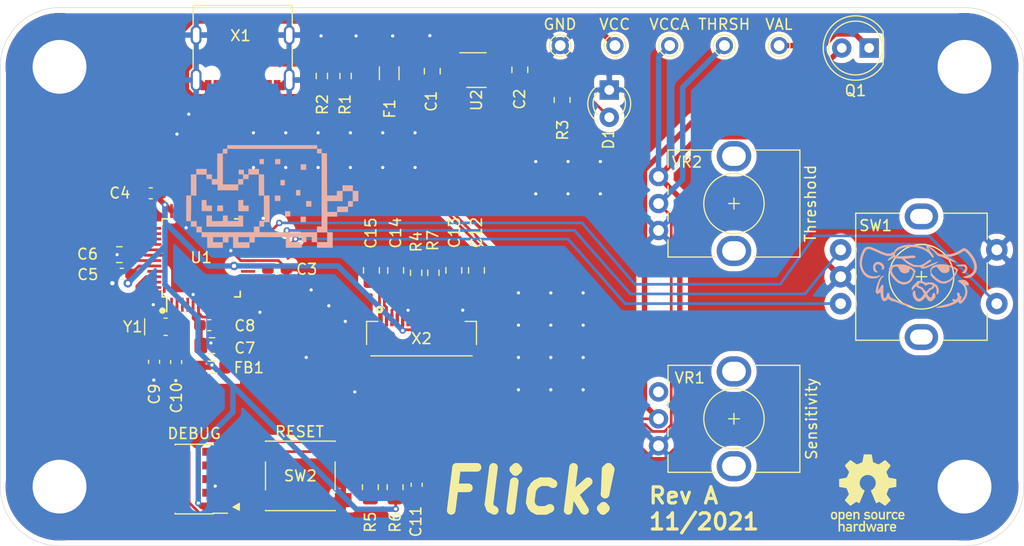
<source format=kicad_pcb>
(kicad_pcb (version 20171130) (host pcbnew 5.1.10)
  (layers (0 F.Cu signal) (31 B.Cu signal) (34 B.Paste user) (35 F.Paste user) (36 B.SilkS user) (37 F.SilkS user) (38 B.Mask user) (39 F.Mask user) (44 Edge.Cuts user))
  (net 0 "")
  (net 1 GND)
  (net 2 +5V)
  (net 3 +3V3)
  (net 4 +3.3VA)
  (net 5 "Net-(C9-Pad1)")
  (net 6 "Net-(C10-Pad1)")
  (net 7 NRESET)
  (net 8 "Net-(C12-Pad2)")
  (net 9 "Net-(C13-Pad2)")
  (net 10 "Net-(C14-Pad2)")
  (net 11 "Net-(C14-Pad1)")
  (net 12 "Net-(C15-Pad2)")
  (net 13 "Net-(C15-Pad1)")
  (net 14 SWCLK)
  (net 15 SWDIO)
  (net 16 PHOTO_VAL)
  (net 17 "Net-(R1-Pad1)")
  (net 18 "Net-(R2-Pad1)")
  (net 19 LED_TRIG)
  (net 20 OLED_RESET)
  (net 21 "Net-(R5-Pad2)")
  (net 22 "Net-(R7-Pad1)")
  (net 23 ROT_A)
  (net 24 ROT_B)
  (net 25 ROT_PB)
  (net 26 USB_D+)
  (net 27 USB_D-)
  (net 28 OLED_DC)
  (net 29 OLED_CS)
  (net 30 OLED_SCK)
  (net 31 OLED_MOSI)
  (net 32 PHOTO_THRESH)
  (net 33 /VBUS_RAW)
  (net 34 "Net-(D1-Pad2)")
  (net 35 /VDDCORE)
  (module Wild:RotaryEncoder_Bourns_PEC11L-Switch_Vertical_H20mm (layer F.Cu) (at 188 62.5)
    (fp_text reference SW1 (at 3.25 -2.25) (layer F.SilkS))
    (fp_text value Rotary_Encoder_Switch)
    (pad A thru_hole circle (at 0 0) (size 2 2) (drill 1) (layers *.Cu *.Mask) (net 23 ROT_A))
    (pad C thru_hole circle (at 0 2.5) (size 2 2) (drill 1) (layers *.Cu *.Mask) (net 1 GND))
    (pad B thru_hole circle (at 0 5) (size 2 2) (drill 1) (layers *.Cu *.Mask) (net 24 ROT_B))
    (pad MP thru_hole oval (at 7.5 -3.1) (size 3.1 2.4) (drill oval 2.1 1.4) (layers *.Cu *.Mask))
    (pad MP thru_hole oval (at 7.5 8.1) (size 3.1 2.4) (drill oval 2.1 1.4) (layers *.Cu *.Mask))
    (pad S2 thru_hole circle (at 14.5 0) (size 2 2) (drill 1) (layers *.Cu *.Mask) (net 1 GND))
    (pad S1 thru_hole circle (at 14.5 5) (size 2 2) (drill 1) (layers *.Cu *.Mask) (net 25 ROT_PB))
  )
  (module Wild:Potentiometer_Bourns_PTV09A-1_Single_Vertical (layer F.Cu) (at 171.1 80.7)
    (fp_text reference VR1 (at 2.9 -6.3) (layer F.SilkS))
    (fp_text value 10K)
    (fp_text user Sensitivity (at 14.2 -2.5 270) (layer F.SilkS))
    (pad MP thru_hole oval (at 7 1.9) (size 3.2 2.8) (drill oval 2.2 1.8) (layers *.Cu *.Mask))
    (pad "" thru_hole oval (at 7 -6.9) (size 3.2 2.8) (drill oval 2.2 1.8) (layers *.Cu *.Mask))
    (pad 1 thru_hole circle (at 0 0) (size 1.8 1.8) (drill 1) (layers *.Cu *.Mask) (net 1 GND))
    (pad 2 thru_hole circle (at 0 -2.5) (size 1.8 1.8) (drill 1) (layers *.Cu *.Mask) (net 16 PHOTO_VAL))
    (pad 3 thru_hole circle (at 0 -5) (size 1.8 1.8) (drill 1) (layers *.Cu *.Mask))
  )
  (module Wild:Potentiometer_Bourns_PTV09A-1_Single_Vertical (layer F.Cu) (at 171.1 60.7)
    (fp_text reference VR2 (at 2.65 -6.35) (layer F.SilkS))
    (fp_text value 10K)
    (fp_text user Threshold (at 14.1 -2.5 90) (layer F.SilkS))
    (pad MP thru_hole oval (at 7 1.9) (size 3.2 2.8) (drill oval 2.2 1.8) (layers *.Cu *.Mask))
    (pad "" thru_hole oval (at 7 -6.9) (size 3.2 2.8) (drill oval 2.2 1.8) (layers *.Cu *.Mask))
    (pad 1 thru_hole circle (at 0 0) (size 1.8 1.8) (drill 1) (layers *.Cu *.Mask) (net 1 GND))
    (pad 2 thru_hole circle (at 0 -2.5) (size 1.8 1.8) (drill 1) (layers *.Cu *.Mask) (net 32 PHOTO_THRESH))
    (pad 3 thru_hole circle (at 0 -5) (size 1.8 1.8) (drill 1) (layers *.Cu *.Mask) (net 4 +3.3VA))
  )
  (module Wild:GCT_FFC2B28-16_1x16-1MP_P0.5mm_Horizontal (layer F.Cu) (at 149.1 69)
    (fp_text reference X2 (at 0 1.75) (layer F.SilkS))
    (fp_text value SH1106G)
    (pad MP smd rect (at 4.7 2.7) (size 0.5 1) (layers F.Cu F.Paste F.Mask))
    (pad MP smd rect (at -4.7 2.7) (size 0.5 1) (layers F.Cu F.Paste F.Mask))
    (pad 16 smd rect (at 3.75 0) (size 0.3 1.2) (layers F.Cu F.Paste F.Mask) (net 1 GND))
    (pad 15 smd rect (at 3.25 0) (size 0.3 1.2) (layers F.Cu F.Paste F.Mask) (net 8 "Net-(C12-Pad2)"))
    (pad 14 smd rect (at 2.75 0) (size 0.3 1.2) (layers F.Cu F.Paste F.Mask) (net 9 "Net-(C13-Pad2)"))
    (pad 13 smd rect (at 2.25 0) (size 0.3 1.2) (layers F.Cu F.Paste F.Mask) (net 22 "Net-(R7-Pad1)"))
    (pad 12 smd rect (at 1.75 0) (size 0.3 1.2) (layers F.Cu F.Paste F.Mask) (net 31 OLED_MOSI))
    (pad 11 smd rect (at 1.25 0) (size 0.3 1.2) (layers F.Cu F.Paste F.Mask) (net 30 OLED_SCK))
    (pad 10 smd rect (at 0.75 0) (size 0.3 1.2) (layers F.Cu F.Paste F.Mask) (net 28 OLED_DC))
    (pad 9 smd rect (at 0.25 0) (size 0.3 1.2) (layers F.Cu F.Paste F.Mask) (net 20 OLED_RESET))
    (pad 8 smd rect (at -0.25 0) (size 0.3 1.2) (layers F.Cu F.Paste F.Mask) (net 29 OLED_CS))
    (pad 7 smd rect (at -0.75 0) (size 0.3 1.2) (layers F.Cu F.Paste F.Mask) (net 3 +3V3))
    (pad 6 smd rect (at -1.25 0) (size 0.3 1.2) (layers F.Cu F.Paste F.Mask) (net 1 GND))
    (pad 5 smd rect (at -1.75 0) (size 0.3 1.2) (layers F.Cu F.Paste F.Mask) (net 3 +3V3))
    (pad 4 smd rect (at -2.25 0) (size 0.3 1.2) (layers F.Cu F.Paste F.Mask) (net 11 "Net-(C14-Pad1)"))
    (pad 3 smd rect (at -2.75 0) (size 0.3 1.2) (layers F.Cu F.Paste F.Mask) (net 10 "Net-(C14-Pad2)"))
    (pad 2 smd rect (at -3.25 0) (size 0.3 1.2) (layers F.Cu F.Paste F.Mask) (net 13 "Net-(C15-Pad1)"))
    (pad 1 smd rect (at -3.75 0) (size 0.3 1.2) (layers F.Cu F.Paste F.Mask) (net 12 "Net-(C15-Pad2)"))
  )
  (module Wild:USB_C_Receptacle_GCT_USB4105 (layer F.Cu) (at 132.5 47.3 180)
    (fp_text reference X1)
    (fp_text value USB_C_2.0)
    (fp_text user %R (at 0.2 4.7) (layer F.SilkS))
    (pad "" np_thru_hole circle (at 2.89 1.075 180) (size 0.65 0.65) (drill 0.65) (layers *.Cu *.Mask))
    (pad "" np_thru_hole circle (at -2.89 1.075 180) (size 0.65 0.65) (drill 0.65) (layers *.Cu *.Mask))
    (pad S1 thru_hole oval (at 4.32 4.755 180) (size 1 1.8) (drill oval 0.6 1.4) (layers *.Cu *.Mask) (net 1 GND))
    (pad S1 thru_hole oval (at -4.32 4.755 180) (size 1 1.8) (drill oval 0.6 1.4) (layers *.Cu *.Mask) (net 1 GND))
    (pad S1 thru_hole oval (at 4.32 0.575 180) (size 1 2.1) (drill oval 0.6 1.7) (layers *.Cu *.Mask) (net 1 GND))
    (pad S1 thru_hole oval (at -4.32 0.575 180) (size 1 2.1) (drill oval 0.6 1.7) (layers *.Cu *.Mask) (net 1 GND))
    (pad A12 smd rect (at 3.35 0 180) (size 0.3 1.15) (layers F.Cu F.Paste F.Mask) (net 1 GND))
    (pad B1 smd rect (at 3.05 0 180) (size 0.3 1.15) (layers F.Cu F.Paste F.Mask) (net 1 GND))
    (pad B4 smd rect (at 2.25 0 180) (size 0.3 1.15) (layers F.Cu F.Paste F.Mask) (net 33 /VBUS_RAW))
    (pad A9 smd rect (at 2.55 0 180) (size 0.3 1.15) (layers F.Cu F.Paste F.Mask) (net 33 /VBUS_RAW))
    (pad B5 smd rect (at 1.75 0 180) (size 0.3 1.15) (layers F.Cu F.Paste F.Mask) (net 17 "Net-(R1-Pad1)"))
    (pad A8 smd rect (at 1.25 0 180) (size 0.3 1.15) (layers F.Cu F.Paste F.Mask))
    (pad B6 smd rect (at 0.75 0 180) (size 0.3 1.15) (layers F.Cu F.Paste F.Mask) (net 26 USB_D+))
    (pad A7 smd rect (at 0.25 0 180) (size 0.3 1.15) (layers F.Cu F.Paste F.Mask) (net 27 USB_D-))
    (pad A6 smd rect (at -0.25 0 180) (size 0.3 1.15) (layers F.Cu F.Paste F.Mask) (net 26 USB_D+))
    (pad B7 smd rect (at -0.75 0 180) (size 0.3 1.15) (layers F.Cu F.Paste F.Mask) (net 27 USB_D-))
    (pad A5 smd rect (at -1.25 0 180) (size 0.3 1.15) (layers F.Cu F.Paste F.Mask) (net 18 "Net-(R2-Pad1)"))
    (pad B8 smd rect (at -1.75 0 180) (size 0.3 1.15) (layers F.Cu F.Paste F.Mask))
    (pad B9 smd rect (at -2.25 0 180) (size 0.3 1.15) (layers F.Cu F.Paste F.Mask) (net 33 /VBUS_RAW))
    (pad A4 smd rect (at -2.55 0 180) (size 0.3 1.15) (layers F.Cu F.Paste F.Mask) (net 33 /VBUS_RAW))
    (pad B12 smd rect (at -3.05 0 180) (size 0.3 1.15) (layers F.Cu F.Paste F.Mask) (net 1 GND))
    (pad A1 smd rect (at -3.35 0 180) (size 0.3 1.15) (layers F.Cu F.Paste F.Mask) (net 1 GND))
  )
  (module Wild:PoomFace (layer B.Cu) (at 195.1 65.1 180)
    (fp_text reference G*** hide)
    (fp_text value LOGO hide)
  )
  (module Wild:Logo_OSHW_Text_7mm (layer F.Cu) (at 187.1 81.5)
    (fp_text reference svg2mod hide)
    (fp_text value G*** hide)
  )
  (module Wild:NyanCatLOL (layer B.Cu) (at 135.25 57.55 180)
    (fp_text reference G*** hide)
    (fp_text value LOGO hide)
  )
  (module Wild:SH1106G_SCREEN (layer F.Cu) (at 149.1 65)
    (fp_text reference X3 hide)
    (fp_text value SH1106G_Screen)
  )
  (module Wild:TestPoint_THTPad_D1.6mm_Drill1.0mm (layer F.Cu) (at 182.295 43.525)
    (fp_text reference TP5)
    (fp_text value VAL (at -0.025 -1.975) (layer F.SilkS))
    (pad 1 thru_hole circle (at 0 0) (size 1.6 1.6) (drill 1) (layers *.Cu *.Mask) (net 16 PHOTO_VAL))
  )
  (module Wild:TestPoint_THTPad_D1.6mm_Drill1.0mm (layer F.Cu) (at 177.215 43.525)
    (fp_text reference TP4)
    (fp_text value THRSH (at -0.025 -1.975) (layer F.SilkS))
    (pad 1 thru_hole circle (at 0 0) (size 1.6 1.6) (drill 1) (layers *.Cu *.Mask) (net 32 PHOTO_THRESH))
  )
  (module Wild:TestPoint_THTPad_D1.6mm_Drill1.0mm (layer F.Cu) (at 172.135 43.525)
    (fp_text reference TP3)
    (fp_text value VCCA (at -0.025 -1.975) (layer F.SilkS))
    (pad 1 thru_hole circle (at 0 0) (size 1.6 1.6) (drill 1) (layers *.Cu *.Mask) (net 4 +3.3VA))
  )
  (module Wild:TestPoint_THTPad_D1.6mm_Drill1.0mm (layer F.Cu) (at 167.055 43.525)
    (fp_text reference TP2)
    (fp_text value VCC (at -0.025 -1.975) (layer F.SilkS))
    (pad 1 thru_hole circle (at 0 0) (size 1.6 1.6) (drill 1) (layers *.Cu *.Mask) (net 3 +3V3))
  )
  (module Wild:TestPoint_THTPad_D1.6mm_Drill1.0mm (layer F.Cu) (at 161.975 43.525)
    (fp_text reference TP1)
    (fp_text value GND (at -0.025 -1.975) (layer F.SilkS))
    (pad 1 thru_hole circle (at 0 0) (size 1.6 1.6) (drill 1) (layers *.Cu *.Mask) (net 1 GND))
  )
  (module Package_QFP:TQFP-48_7x7mm_P0.5mm (layer F.Cu) (at 128.65 63.25 90)
    (fp_text reference U1 (at 0.025 0 180) (layer F.SilkS))
    (fp_text value ATSAMD21G18A-A)
    (pad 1 smd rect (at -4.35 -2.75 90) (size 1.3 0.25) (layers F.Cu F.Paste F.Mask) (net 5 "Net-(C9-Pad1)"))
    (pad 2 smd rect (at -4.35 -2.25 90) (size 1.3 0.25) (layers F.Cu F.Paste F.Mask) (net 6 "Net-(C10-Pad1)"))
    (pad 3 smd rect (at -4.35 -1.75 90) (size 1.3 0.25) (layers F.Cu F.Paste F.Mask))
    (pad 4 smd rect (at -4.35 -1.25 90) (size 1.3 0.25) (layers F.Cu F.Paste F.Mask))
    (pad 5 smd rect (at -4.35 -0.75 90) (size 1.3 0.25) (layers F.Cu F.Paste F.Mask) (net 1 GND))
    (pad 6 smd rect (at -4.35 -0.25 90) (size 1.3 0.25) (layers F.Cu F.Paste F.Mask) (net 4 +3.3VA))
    (pad 7 smd rect (at -4.35 0.25 90) (size 1.3 0.25) (layers F.Cu F.Paste F.Mask))
    (pad 8 smd rect (at -4.35 0.75 90) (size 1.3 0.25) (layers F.Cu F.Paste F.Mask))
    (pad 9 smd rect (at -4.35 1.25 90) (size 1.3 0.25) (layers F.Cu F.Paste F.Mask))
    (pad 10 smd rect (at -4.35 1.75 90) (size 1.3 0.25) (layers F.Cu F.Paste F.Mask))
    (pad 11 smd rect (at -4.35 2.25 90) (size 1.3 0.25) (layers F.Cu F.Paste F.Mask) (net 32 PHOTO_THRESH))
    (pad 12 smd rect (at -4.35 2.75 90) (size 1.3 0.25) (layers F.Cu F.Paste F.Mask) (net 16 PHOTO_VAL))
    (pad 13 smd rect (at -2.75 4.35 180) (size 1.3 0.25) (layers F.Cu F.Paste F.Mask) (net 28 OLED_DC))
    (pad 14 smd rect (at -2.25 4.35 180) (size 1.3 0.25) (layers F.Cu F.Paste F.Mask) (net 20 OLED_RESET))
    (pad 15 smd rect (at -1.75 4.35 180) (size 1.3 0.25) (layers F.Cu F.Paste F.Mask) (net 29 OLED_CS))
    (pad 16 smd rect (at -1.25 4.35 180) (size 1.3 0.25) (layers F.Cu F.Paste F.Mask))
    (pad 17 smd rect (at -0.75 4.35 180) (size 1.3 0.25) (layers F.Cu F.Paste F.Mask) (net 3 +3V3))
    (pad 18 smd rect (at -0.25 4.35 180) (size 1.3 0.25) (layers F.Cu F.Paste F.Mask) (net 1 GND))
    (pad 19 smd rect (at 0.25 4.35 180) (size 1.3 0.25) (layers F.Cu F.Paste F.Mask) (net 24 ROT_B))
    (pad 20 smd rect (at 0.75 4.35 180) (size 1.3 0.25) (layers F.Cu F.Paste F.Mask) (net 23 ROT_A))
    (pad 21 smd rect (at 1.25 4.35 180) (size 1.3 0.25) (layers F.Cu F.Paste F.Mask) (net 25 ROT_PB))
    (pad 22 smd rect (at 1.75 4.35 180) (size 1.3 0.25) (layers F.Cu F.Paste F.Mask))
    (pad 23 smd rect (at 2.25 4.35 180) (size 1.3 0.25) (layers F.Cu F.Paste F.Mask))
    (pad 24 smd rect (at 2.75 4.35 180) (size 1.3 0.25) (layers F.Cu F.Paste F.Mask))
    (pad 25 smd rect (at 4.35 2.75 90) (size 1.3 0.25) (layers F.Cu F.Paste F.Mask) (net 31 OLED_MOSI))
    (pad 26 smd rect (at 4.35 2.25 90) (size 1.3 0.25) (layers F.Cu F.Paste F.Mask) (net 30 OLED_SCK))
    (pad 27 smd rect (at 4.35 1.75 90) (size 1.3 0.25) (layers F.Cu F.Paste F.Mask) (net 19 LED_TRIG))
    (pad 28 smd rect (at 4.35 1.25 90) (size 1.3 0.25) (layers F.Cu F.Paste F.Mask))
    (pad 29 smd rect (at 4.35 0.75 90) (size 1.3 0.25) (layers F.Cu F.Paste F.Mask))
    (pad 30 smd rect (at 4.35 0.25 90) (size 1.3 0.25) (layers F.Cu F.Paste F.Mask))
    (pad 31 smd rect (at 4.35 -0.25 90) (size 1.3 0.25) (layers F.Cu F.Paste F.Mask))
    (pad 32 smd rect (at 4.35 -0.75 90) (size 1.3 0.25) (layers F.Cu F.Paste F.Mask))
    (pad 33 smd rect (at 4.35 -1.25 90) (size 1.3 0.25) (layers F.Cu F.Paste F.Mask) (net 27 USB_D-))
    (pad 34 smd rect (at 4.35 -1.75 90) (size 1.3 0.25) (layers F.Cu F.Paste F.Mask) (net 26 USB_D+))
    (pad 35 smd rect (at 4.35 -2.25 90) (size 1.3 0.25) (layers F.Cu F.Paste F.Mask) (net 1 GND))
    (pad 36 smd rect (at 4.35 -2.75 90) (size 1.3 0.25) (layers F.Cu F.Paste F.Mask) (net 3 +3V3))
    (pad 37 smd rect (at 2.75 -4.35 180) (size 1.3 0.25) (layers F.Cu F.Paste F.Mask))
    (pad 38 smd rect (at 2.25 -4.35 180) (size 1.3 0.25) (layers F.Cu F.Paste F.Mask))
    (pad 39 smd rect (at 1.75 -4.35 180) (size 1.3 0.25) (layers F.Cu F.Paste F.Mask))
    (pad 40 smd rect (at 1.25 -4.35 180) (size 1.3 0.25) (layers F.Cu F.Paste F.Mask) (net 7 NRESET))
    (pad 41 smd rect (at 0.75 -4.35 180) (size 1.3 0.25) (layers F.Cu F.Paste F.Mask))
    (pad 42 smd rect (at 0.25 -4.35 180) (size 1.3 0.25) (layers F.Cu F.Paste F.Mask) (net 1 GND))
    (pad 43 smd rect (at -0.25 -4.35 180) (size 1.3 0.25) (layers F.Cu F.Paste F.Mask) (net 35 /VDDCORE))
    (pad 44 smd rect (at -0.75 -4.35 180) (size 1.3 0.25) (layers F.Cu F.Paste F.Mask) (net 3 +3V3))
    (pad 45 smd rect (at -1.25 -4.35 180) (size 1.3 0.25) (layers F.Cu F.Paste F.Mask) (net 14 SWCLK))
    (pad 46 smd rect (at -1.75 -4.35 180) (size 1.3 0.25) (layers F.Cu F.Paste F.Mask) (net 15 SWDIO))
    (pad 47 smd rect (at -2.25 -4.35 180) (size 1.3 0.25) (layers F.Cu F.Paste F.Mask))
    (pad 48 smd rect (at -2.75 -4.35 180) (size 1.3 0.25) (layers F.Cu F.Paste F.Mask))
  )
  (module Capacitor_SMD:C_0603_1608Metric_Pad1.08x0.95mm_HandSolder (layer F.Cu) (at 123.975 57.25 180)
    (fp_text reference C4 (at 2.875 0.025) (layer F.SilkS))
    (fp_text value 0.1uF)
    (pad 2 smd roundrect (at 0.8625 0 180) (size 1.075 0.95) (layers F.Cu F.Paste F.Mask) (net 1 GND))
    (pad 1 smd roundrect (at -0.8625 0 180) (size 1.075 0.95) (layers F.Cu F.Paste F.Mask) (net 3 +3V3))
  )
  (module Resistor_SMD:R_0805_2012Metric_Pad1.20x1.40mm_HandSolder (layer F.Cu) (at 162.15 48.575 90)
    (fp_text reference R3 (at -2.8 0.05 90) (layer F.SilkS))
    (fp_text value 330R)
    (pad 2 smd roundrect (at 1 0 90) (size 1.2 1.4) (layers F.Cu F.Paste F.Mask) (roundrect_rratio 0.208333) (net 34 "Net-(D1-Pad2)"))
    (pad 1 smd roundrect (at -1 0 90) (size 1.2 1.4) (layers F.Cu F.Paste F.Mask) (roundrect_rratio 0.208333) (net 19 LED_TRIG))
  )
  (module Package_TO_SOT_SMD:SOT-23-5_HandSoldering (layer F.Cu) (at 154.2 45.8)
    (fp_text reference U2 (at 0 2.8 90) (layer F.SilkS))
    (fp_text value AP7365-33W)
    (pad 5 smd rect (at 1.35 -0.95) (size 1.56 0.65) (layers F.Cu F.Paste F.Mask) (net 3 +3V3))
    (pad 4 smd rect (at 1.35 0.95) (size 1.56 0.65) (layers F.Cu F.Paste F.Mask))
    (pad 3 smd rect (at -1.35 0.95) (size 1.56 0.65) (layers F.Cu F.Paste F.Mask) (net 2 +5V))
    (pad 2 smd rect (at -1.35 0) (size 1.56 0.65) (layers F.Cu F.Paste F.Mask) (net 1 GND))
    (pad 1 smd rect (at -1.35 -0.95) (size 1.56 0.65) (layers F.Cu F.Paste F.Mask) (net 2 +5V))
  )
  (module Connector_PinHeader_1.27mm:PinHeader_2x05_P1.27mm_Vertical_SMD (layer F.Cu) (at 128 83.8 180)
    (fp_text reference J1)
    (fp_text value DEBUG (at 0 4.235) (layer F.SilkS))
    (pad 10 smd rect (at 1.95 2.54 180) (size 2.4 0.74) (layers F.Cu F.Paste F.Mask) (net 7 NRESET))
    (pad 9 smd rect (at -1.95 2.54 180) (size 2.4 0.74) (layers F.Cu F.Paste F.Mask))
    (pad 8 smd rect (at 1.95 1.27 180) (size 2.4 0.74) (layers F.Cu F.Paste F.Mask))
    (pad 7 smd rect (at -1.95 1.27 180) (size 2.4 0.74) (layers F.Cu F.Paste F.Mask))
    (pad 6 smd rect (at 1.95 0 180) (size 2.4 0.74) (layers F.Cu F.Paste F.Mask))
    (pad 5 smd rect (at -1.95 0 180) (size 2.4 0.74) (layers F.Cu F.Paste F.Mask) (net 1 GND))
    (pad 4 smd rect (at 1.95 -1.27 180) (size 2.4 0.74) (layers F.Cu F.Paste F.Mask) (net 14 SWCLK))
    (pad 3 smd rect (at -1.95 -1.27 180) (size 2.4 0.74) (layers F.Cu F.Paste F.Mask) (net 1 GND))
    (pad 2 smd rect (at 1.95 -2.54 180) (size 2.4 0.74) (layers F.Cu F.Paste F.Mask) (net 15 SWDIO))
    (pad 1 smd rect (at -1.95 -2.54 180) (size 2.4 0.74) (layers F.Cu F.Paste F.Mask) (net 3 +3V3))
  )
  (module MountingHole:MountingHole_5mm_Pad (layer F.Cu) (at 199.5 84.5)
    (fp_text reference H4)
    (fp_text value MountingHole_Pad)
    (pad 1 thru_hole circle (at 0 0) (size 10 10) (drill 5) (layers *.Cu *.Mask) (net 1 GND))
  )
  (module MountingHole:MountingHole_5mm_Pad (layer F.Cu) (at 115.5 84.5)
    (fp_text reference H3)
    (fp_text value MountingHole_Pad)
    (pad 1 thru_hole circle (at 0 0) (size 10 10) (drill 5) (layers *.Cu *.Mask) (net 1 GND))
  )
  (module MountingHole:MountingHole_5mm_Pad (layer F.Cu) (at 199.5 45.5)
    (fp_text reference H2)
    (fp_text value MountingHole_Pad)
    (pad 1 thru_hole circle (at 0 0) (size 10 10) (drill 5) (layers *.Cu *.Mask) (net 1 GND))
  )
  (module MountingHole:MountingHole_5mm_Pad (layer F.Cu) (at 115.5 45.5)
    (fp_text reference H1)
    (fp_text value MountingHole_Pad)
    (pad 1 thru_hole circle (at 0 0) (size 10 10) (drill 5) (layers *.Cu *.Mask) (net 1 GND))
  )
  (module LED_THT:LED_D3.0mm (layer F.Cu) (at 166.525 47.65 270)
    (fp_text reference D1 (at 4.55 0.075 90) (layer F.SilkS))
    (fp_text value LED)
    (pad 2 thru_hole circle (at 2.54 0 270) (size 1.8 1.8) (drill 0.9) (layers *.Cu *.Mask) (net 34 "Net-(D1-Pad2)"))
    (pad 1 thru_hole rect (at 0 0 270) (size 1.8 1.8) (drill 0.9) (layers *.Cu *.Mask) (net 1 GND))
  )
  (module Resistor_SMD:R_0603_1608Metric_Pad0.98x0.95mm_HandSolder (layer F.Cu) (at 148.6 64.6375 90)
    (fp_text reference R4 (at 2.8875 0 90) (layer F.SilkS))
    (fp_text value 5.1K)
    (pad 2 smd roundrect (at 0.9125 0 90) (size 0.975 0.95) (layers F.Cu F.Paste F.Mask) (net 1 GND))
    (pad 1 smd roundrect (at -0.9125 0 90) (size 0.975 0.95) (layers F.Cu F.Paste F.Mask) (net 20 OLED_RESET))
  )
  (module Resistor_SMD:R_0603_1608Metric_Pad0.98x0.95mm_HandSolder (layer F.Cu) (at 150.2 64.6375 90)
    (fp_text reference R7 (at 3 -0.05 90) (layer F.SilkS))
    (fp_text value 680K)
    (pad 2 smd roundrect (at 0.9125 0 90) (size 0.975 0.95) (layers F.Cu F.Paste F.Mask) (net 1 GND))
    (pad 1 smd roundrect (at -0.9125 0 90) (size 0.975 0.95) (layers F.Cu F.Paste F.Mask) (net 22 "Net-(R7-Pad1)"))
  )
  (module Capacitor_SMD:C_0603_1608Metric_Pad1.08x0.95mm_HandSolder (layer F.Cu) (at 129.4 69.5 180)
    (fp_text reference C8 (at -3.3 -0.05) (layer F.SilkS))
    (fp_text value 0.1uF)
    (pad 1 smd roundrect (at -0.8625 0 180) (size 1.075 0.95) (layers F.Cu F.Paste F.Mask) (net 4 +3.3VA))
    (pad 2 smd roundrect (at 0.8625 0 180) (size 1.075 0.95) (layers F.Cu F.Paste F.Mask) (net 1 GND))
  )
  (module Crystal:Crystal_SMD_MicroCrystal_CC8V-T1A-2Pin_2.0x1.2mm_HandSoldering (layer F.Cu) (at 125.35 69.65)
    (fp_text reference Y1 (at -3.05 0) (layer F.SilkS))
    (fp_text value 32.768KHz)
    (pad 1 smd rect (at -1.05 0) (size 1.4 1.5) (layers F.Cu F.Paste F.Mask) (net 5 "Net-(C9-Pad1)"))
    (pad 2 smd rect (at 1.05 0) (size 1.4 1.5) (layers F.Cu F.Paste F.Mask) (net 6 "Net-(C10-Pad1)"))
  )
  (module Button_Switch_SMD:SW_SPST_PTS645 (layer F.Cu) (at 137.85 83.5 180)
    (fp_text reference SW2 (at 0 0) (layer F.SilkS))
    (fp_text value RESET (at 0.075 4.1) (layer F.SilkS))
    (pad 2 smd rect (at 3.98 2.25 180) (size 1.55 1.3) (layers F.Cu F.Paste F.Mask) (net 21 "Net-(R5-Pad2)"))
    (pad 1 smd rect (at 3.98 -2.25 180) (size 1.55 1.3) (layers F.Cu F.Paste F.Mask) (net 1 GND))
    (pad 1 smd rect (at -3.98 -2.25 180) (size 1.55 1.3) (layers F.Cu F.Paste F.Mask) (net 1 GND))
    (pad 2 smd rect (at -3.98 2.25 180) (size 1.55 1.3) (layers F.Cu F.Paste F.Mask) (net 21 "Net-(R5-Pad2)"))
  )
  (module Resistor_SMD:R_0805_2012Metric_Pad1.20x1.40mm_HandSolder (layer F.Cu) (at 146.65 84.55 90)
    (fp_text reference R6 (at -3.25 0 90) (layer F.SilkS))
    (fp_text value 10K)
    (pad 2 smd roundrect (at 1 0 90) (size 1.2 1.4) (layers F.Cu F.Paste F.Mask) (roundrect_rratio 0.208333) (net 7 NRESET))
    (pad 1 smd roundrect (at -1 0 90) (size 1.2 1.4) (layers F.Cu F.Paste F.Mask) (roundrect_rratio 0.208333) (net 3 +3V3))
  )
  (module Resistor_SMD:R_0805_2012Metric_Pad1.20x1.40mm_HandSolder (layer F.Cu) (at 144.35 84.55 270)
    (fp_text reference R5 (at 3.25 0 90) (layer F.SilkS))
    (fp_text value 330R)
    (pad 2 smd roundrect (at 1 0 270) (size 1.2 1.4) (layers F.Cu F.Paste F.Mask) (roundrect_rratio 0.208333) (net 21 "Net-(R5-Pad2)"))
    (pad 1 smd roundrect (at -1 0 270) (size 1.2 1.4) (layers F.Cu F.Paste F.Mask) (roundrect_rratio 0.208333) (net 7 NRESET))
  )
  (module Resistor_SMD:R_0603_1608Metric_Pad0.98x0.95mm_HandSolder (layer F.Cu) (at 139.85 46.35 270)
    (fp_text reference R2 (at 2.65 -0.05 270) (layer F.SilkS))
    (fp_text value 5.1K)
    (pad 2 smd roundrect (at 0.9125 0 270) (size 0.975 0.95) (layers F.Cu F.Paste F.Mask) (net 1 GND))
    (pad 1 smd roundrect (at -0.9125 0 270) (size 0.975 0.95) (layers F.Cu F.Paste F.Mask) (net 18 "Net-(R2-Pad1)"))
  )
  (module Resistor_SMD:R_0603_1608Metric_Pad0.98x0.95mm_HandSolder (layer F.Cu) (at 142.05 46.35 270)
    (fp_text reference R1 (at 2.65 0.05 270) (layer F.SilkS))
    (fp_text value 5.1K)
    (pad 2 smd roundrect (at 0.9125 0 270) (size 0.975 0.95) (layers F.Cu F.Paste F.Mask) (net 1 GND))
    (pad 1 smd roundrect (at -0.9125 0 270) (size 0.975 0.95) (layers F.Cu F.Paste F.Mask) (net 17 "Net-(R1-Pad1)"))
  )
  (module LED_THT:LED_D5.0mm (layer F.Cu) (at 190.65 43.75 180)
    (fp_text reference Q1 (at 1.27 -3.96) (layer F.SilkS))
    (fp_text value Q_Photo_NPN)
    (pad 2 thru_hole circle (at 2.54 0 180) (size 1.8 1.8) (drill 0.9) (layers *.Cu *.Mask) (net 4 +3.3VA))
    (pad 1 thru_hole rect (at 0 0 180) (size 1.8 1.8) (drill 0.9) (layers *.Cu *.Mask) (net 16 PHOTO_VAL))
  )
  (module Inductor_SMD:L_0805_2012Metric_Pad1.05x1.20mm_HandSolder (layer F.Cu) (at 129.7 73.4 180)
    (fp_text reference FB1 (at -3.375 -0.05) (layer F.SilkS))
    (fp_text value "220ohm @ 100MHz")
    (pad 1 smd roundrect (at -1.15 0 180) (size 1.05 1.2) (layers F.Cu F.Paste F.Mask) (roundrect_rratio 0.238095) (net 4 +3.3VA))
    (pad 2 smd roundrect (at 1.15 0 180) (size 1.05 1.2) (layers F.Cu F.Paste F.Mask) (roundrect_rratio 0.238095) (net 3 +3V3))
  )
  (module Fuse:Fuse_1206_3216Metric_Pad1.42x1.75mm_HandSolder (layer F.Cu) (at 146.1 46.1 270)
    (fp_text reference F1 (at 3.3 -0.05 90) (layer F.SilkS))
    (fp_text value 500mA)
    (pad 2 smd roundrect (at 1.4875 0 270) (size 1.425 1.75) (layers F.Cu F.Paste F.Mask) (roundrect_rratio 0.175439) (net 33 /VBUS_RAW))
    (pad 1 smd roundrect (at -1.4875 0 270) (size 1.425 1.75) (layers F.Cu F.Paste F.Mask) (roundrect_rratio 0.175439) (net 2 +5V))
  )
  (module Capacitor_SMD:C_0805_2012Metric_Pad1.18x1.45mm_HandSolder (layer F.Cu) (at 144.45 64.4125 270)
    (fp_text reference C15 (at -3.4625 0.05 90) (layer F.SilkS))
    (fp_text value 1uF)
    (pad 2 smd roundrect (at 1.0375 0 270) (size 1.175 1.45) (layers F.Cu F.Paste F.Mask) (roundrect_rratio 0.212766) (net 12 "Net-(C15-Pad2)"))
    (pad 1 smd roundrect (at -1.0375 0 270) (size 1.175 1.45) (layers F.Cu F.Paste F.Mask) (roundrect_rratio 0.212766) (net 13 "Net-(C15-Pad1)"))
  )
  (module Capacitor_SMD:C_0805_2012Metric_Pad1.18x1.45mm_HandSolder (layer F.Cu) (at 146.7 64.4125 270)
    (fp_text reference C14 (at -3.4875 0 90) (layer F.SilkS))
    (fp_text value 1uF)
    (pad 2 smd roundrect (at 1.0375 0 270) (size 1.175 1.45) (layers F.Cu F.Paste F.Mask) (roundrect_rratio 0.212766) (net 10 "Net-(C14-Pad2)"))
    (pad 1 smd roundrect (at -1.0375 0 270) (size 1.175 1.45) (layers F.Cu F.Paste F.Mask) (roundrect_rratio 0.212766) (net 11 "Net-(C14-Pad1)"))
  )
  (module Capacitor_SMD:C_0805_2012Metric_Pad1.18x1.45mm_HandSolder (layer F.Cu) (at 152.1 64.4125 270)
    (fp_text reference C13 (at -3.5125 -0.05 90) (layer F.SilkS))
    (fp_text value 10uF)
    (pad 2 smd roundrect (at 1.0375 0 270) (size 1.175 1.45) (layers F.Cu F.Paste F.Mask) (roundrect_rratio 0.212766) (net 9 "Net-(C13-Pad2)"))
    (pad 1 smd roundrect (at -1.0375 0 270) (size 1.175 1.45) (layers F.Cu F.Paste F.Mask) (roundrect_rratio 0.212766) (net 1 GND))
  )
  (module Capacitor_SMD:C_0805_2012Metric_Pad1.18x1.45mm_HandSolder (layer F.Cu) (at 154.2 64.4125 270)
    (fp_text reference C12 (at -3.5125 0 90) (layer F.SilkS))
    (fp_text value 10uF)
    (pad 2 smd roundrect (at 1.0375 0 270) (size 1.175 1.45) (layers F.Cu F.Paste F.Mask) (roundrect_rratio 0.212766) (net 8 "Net-(C12-Pad2)"))
    (pad 1 smd roundrect (at -1.0375 0 270) (size 1.175 1.45) (layers F.Cu F.Paste F.Mask) (roundrect_rratio 0.212766) (net 1 GND))
  )
  (module Capacitor_SMD:C_0603_1608Metric_Pad1.08x0.95mm_HandSolder (layer F.Cu) (at 148.65 84.325 270)
    (fp_text reference C11 (at 3.425 0.075 90) (layer F.SilkS))
    (fp_text value 0.1uF)
    (pad 2 smd roundrect (at 0.8625 0 270) (size 1.075 0.95) (layers F.Cu F.Paste F.Mask) (net 1 GND))
    (pad 1 smd roundrect (at -0.8625 0 270) (size 1.075 0.95) (layers F.Cu F.Paste F.Mask) (net 7 NRESET))
  )
  (module Capacitor_SMD:C_0603_1608Metric_Pad1.08x0.95mm_HandSolder (layer F.Cu) (at 126.325 72.925 270)
    (fp_text reference C10 (at 3.325 -0.025 270) (layer F.SilkS))
    (fp_text value 15pF)
    (pad 2 smd roundrect (at 0.8625 0 270) (size 1.075 0.95) (layers F.Cu F.Paste F.Mask) (net 1 GND))
    (pad 1 smd roundrect (at -0.8625 0 270) (size 1.075 0.95) (layers F.Cu F.Paste F.Mask) (net 6 "Net-(C10-Pad1)"))
  )
  (module Capacitor_SMD:C_0603_1608Metric_Pad1.08x0.95mm_HandSolder (layer F.Cu) (at 124.275 72.9 270)
    (fp_text reference C9 (at 3 -0.025 90) (layer F.SilkS))
    (fp_text value 15pF)
    (pad 2 smd roundrect (at 0.8625 0 270) (size 1.075 0.95) (layers F.Cu F.Paste F.Mask) (net 1 GND))
    (pad 1 smd roundrect (at -0.8625 0 270) (size 1.075 0.95) (layers F.Cu F.Paste F.Mask) (net 5 "Net-(C9-Pad1)"))
  )
  (module Capacitor_SMD:C_0805_2012Metric_Pad1.18x1.45mm_HandSolder (layer F.Cu) (at 129.65 71.4 180)
    (fp_text reference C7 (at -3.05 -0.225) (layer F.SilkS))
    (fp_text value 10uF)
    (pad 1 smd roundrect (at -1.0375 0 180) (size 1.175 1.45) (layers F.Cu F.Paste F.Mask) (roundrect_rratio 0.212766) (net 4 +3.3VA))
    (pad 2 smd roundrect (at 1.0375 0 180) (size 1.175 1.45) (layers F.Cu F.Paste F.Mask) (roundrect_rratio 0.212766) (net 1 GND))
  )
  (module Capacitor_SMD:C_0805_2012Metric_Pad1.18x1.45mm_HandSolder (layer F.Cu) (at 121.05 62.95 180)
    (fp_text reference C6 (at 2.95 0.05) (layer F.SilkS))
    (fp_text value 1uF)
    (pad 2 smd roundrect (at 1.0375 0 180) (size 1.175 1.45) (layers F.Cu F.Paste F.Mask) (roundrect_rratio 0.212766) (net 1 GND))
    (pad 1 smd roundrect (at -1.0375 0 180) (size 1.175 1.45) (layers F.Cu F.Paste F.Mask) (roundrect_rratio 0.212766) (net 35 /VDDCORE))
  )
  (module Capacitor_SMD:C_0603_1608Metric_Pad1.08x0.95mm_HandSolder (layer F.Cu) (at 121.275 64.725 180)
    (fp_text reference C5 (at 3.15 -0.075) (layer F.SilkS))
    (fp_text value 0.1uF)
    (pad 2 smd roundrect (at 0.8625 0 180) (size 1.075 0.95) (layers F.Cu F.Paste F.Mask) (net 1 GND))
    (pad 1 smd roundrect (at -0.8625 0 180) (size 1.075 0.95) (layers F.Cu F.Paste F.Mask) (net 3 +3V3))
  )
  (module Capacitor_SMD:C_0603_1608Metric_Pad1.08x0.95mm_HandSolder (layer F.Cu) (at 135.7 64.25)
    (fp_text reference C3 (at 2.75 0.05) (layer F.SilkS))
    (fp_text value 0.1uF)
    (pad 2 smd roundrect (at 0.8625 0) (size 1.075 0.95) (layers F.Cu F.Paste F.Mask) (net 1 GND))
    (pad 1 smd roundrect (at -0.8625 0) (size 1.075 0.95) (layers F.Cu F.Paste F.Mask) (net 3 +3V3))
  )
  (module Capacitor_SMD:C_0805_2012Metric_Pad1.18x1.45mm_HandSolder (layer F.Cu) (at 158.225 45.775 270)
    (fp_text reference C2 (at 2.725 0.025 270) (layer F.SilkS))
    (fp_text value 10uF)
    (pad 2 smd roundrect (at 1.0375 0 270) (size 1.175 1.45) (layers F.Cu F.Paste F.Mask) (roundrect_rratio 0.212766) (net 1 GND))
    (pad 1 smd roundrect (at -1.0375 0 270) (size 1.175 1.45) (layers F.Cu F.Paste F.Mask) (roundrect_rratio 0.212766) (net 3 +3V3))
  )
  (module Capacitor_SMD:C_0805_2012Metric_Pad1.18x1.45mm_HandSolder (layer F.Cu) (at 150.1 45.9 270)
    (fp_text reference C1 (at 2.8 0.1 270) (layer F.SilkS))
    (fp_text value 1uF)
    (pad 2 smd roundrect (at 1.0375 0 270) (size 1.175 1.45) (layers F.Cu F.Paste F.Mask) (roundrect_rratio 0.212766) (net 1 GND))
    (pad 1 smd roundrect (at -1.0375 0 270) (size 1.175 1.45) (layers F.Cu F.Paste F.Mask) (roundrect_rratio 0.212766) (net 2 +5V))
  )
  (gr_text "Rev A\n11/2021" (at 170.05 86.55) (layer F.SilkS) (effects (font (size 1.5 1.5) (thickness 0.3)) (justify left)))
  (gr_text Flick! (at 150.4 84.9) (layer F.SilkS) (effects (font (size 4 4) (thickness 0.8) italic) (justify left)))
  (gr_circle (center 125.05 68.15) (end 125.2 68.15) (layer F.SilkS) (width 0.3))
  (gr_poly (pts (xy 132.2 86.7) (xy 131.6 86.4) (xy 132.2 86.05)) (layer F.SilkS) (width 0.1))
  (gr_arc (start 199.5 45.5) (end 205 45.5) (angle -90) (layer Edge.Cuts) (width 0.05))
  (gr_arc (start 199.5 84.5) (end 199.5 90) (angle -90) (layer Edge.Cuts) (width 0.05))
  (gr_arc (start 115.5 84.5) (end 110 84.5) (angle -90) (layer Edge.Cuts) (width 0.05))
  (gr_arc (start 115.5 45.5) (end 115.5 40) (angle -90) (layer Edge.Cuts) (width 0.05))
  (gr_line (start 110 84.5) (end 110 45.5) (layer Edge.Cuts) (width 0.05))
  (gr_line (start 199.5 90) (end 115.5 90) (layer Edge.Cuts) (width 0.05))
  (gr_line (start 205 45.5) (end 205 84.5) (layer Edge.Cuts) (width 0.05))
  (gr_line (start 115.5 40) (end 199.5 40) (layer Edge.Cuts) (width 0.05))
  (segment (start 123.439998 63) (end 124.3 63) (width 0.25) (layer F.Cu) (net 1))
  (segment (start 123.324999 62.885001) (end 123.439998 63) (width 0.25) (layer F.Cu) (net 1))
  (segment (start 123.324999 62.561809) (end 123.324999 62.885001) (width 0.25) (layer F.Cu) (net 1))
  (segment (start 122.66318 61.89999) (end 123.324999 62.561809) (width 0.25) (layer F.Cu) (net 1))
  (segment (start 121.06251 61.89999) (end 122.66318 61.89999) (width 0.25) (layer F.Cu) (net 1))
  (segment (start 120.0125 62.95) (end 121.06251 61.89999) (width 0.25) (layer F.Cu) (net 1))
  (segment (start 120.4125 63.35) (end 120.0125 62.95) (width 0.5) (layer F.Cu) (net 1))
  (segment (start 120.4125 64.725) (end 120.4125 63.35) (width 0.5) (layer F.Cu) (net 1))
  (segment (start 135.55 47.3) (end 135.85 47.3) (width 0.25) (layer F.Cu) (net 1))
  (segment (start 126.3 73.7625) (end 126.325 73.7875) (width 0.5) (layer F.Cu) (net 1))
  (segment (start 142.05 47.2625) (end 139.85 47.2625) (width 0.75) (layer F.Cu) (net 1))
  (segment (start 154.2 63.375) (end 154.2 62.862308) (width 0.25) (layer F.Cu) (net 1))
  (segment (start 129.15 47.3) (end 129.45 47.3) (width 0.25) (layer F.Cu) (net 1))
  (segment (start 128.755 47.3) (end 128.18 46.725) (width 0.75) (layer F.Cu) (net 1))
  (segment (start 129.15 47.3) (end 128.755 47.3) (width 0.75) (layer F.Cu) (net 1))
  (segment (start 136.245 47.3) (end 136.82 46.725) (width 0.75) (layer F.Cu) (net 1))
  (segment (start 135.85 47.3) (end 136.245 47.3) (width 0.75) (layer F.Cu) (net 1))
  (segment (start 151.2375 45.8) (end 152.85 45.8) (width 0.5) (layer F.Cu) (net 1))
  (segment (start 150.1 46.9375) (end 151.2375 45.8) (width 0.5) (layer F.Cu) (net 1))
  (via (at 138.85 66.225) (size 0.6) (drill 0.3) (layers F.Cu B.Cu) (net 1))
  (via (at 140.5 67.7) (size 0.6) (drill 0.3) (layers F.Cu B.Cu) (net 1))
  (via (at 142.025 69.15) (size 0.6) (drill 0.3) (layers F.Cu B.Cu) (net 1))
  (via (at 129.95 84.45) (size 0.6) (drill 0.3) (layers F.Cu B.Cu) (net 1))
  (via (at 120.4 65.6) (size 0.8) (drill 0.4) (layers F.Cu B.Cu) (net 1))
  (via (at 147.849999 68.113352) (size 0.6) (drill 0.3) (layers F.Cu B.Cu) (net 1))
  (segment (start 147.85 68.113353) (end 147.849999 68.113352) (width 0.25) (layer F.Cu) (net 1))
  (segment (start 147.85 69) (end 147.85 68.113353) (width 0.25) (layer F.Cu) (net 1))
  (via (at 152.9274 68.107775) (size 0.6) (drill 0.3) (layers F.Cu B.Cu) (net 1))
  (segment (start 152.85 68.185175) (end 152.9274 68.107775) (width 0.25) (layer F.Cu) (net 1))
  (segment (start 152.85 69) (end 152.85 68.185175) (width 0.25) (layer F.Cu) (net 1))
  (via (at 133.5 51.625) (size 0.6) (drill 0.3) (layers F.Cu B.Cu) (net 1))
  (via (at 136.5 51.625) (size 0.6) (drill 0.3) (layers F.Cu B.Cu) (net 1))
  (via (at 139.5 51.625) (size 0.6) (drill 0.3) (layers F.Cu B.Cu) (net 1))
  (via (at 142.5 51.625) (size 0.6) (drill 0.3) (layers F.Cu B.Cu) (net 1))
  (via (at 145.5 51.625) (size 0.6) (drill 0.3) (layers F.Cu B.Cu) (net 1))
  (via (at 148.5 51.625) (size 0.6) (drill 0.3) (layers F.Cu B.Cu) (net 1))
  (via (at 131.4 62.575) (size 0.6) (drill 0.3) (layers F.Cu B.Cu) (net 1))
  (segment (start 132.325 63.5) (end 131.4 62.575) (width 0.25) (layer F.Cu) (net 1))
  (segment (start 133 63.5) (end 132.325 63.5) (width 0.25) (layer F.Cu) (net 1))
  (via (at 127.25 60.45) (size 0.6) (drill 0.3) (layers F.Cu B.Cu) (net 1))
  (segment (start 127.05 61.099264) (end 127.05 60.675) (width 0.25) (layer F.Cu) (net 1))
  (segment (start 125.149264 63) (end 127.05 61.099264) (width 0.25) (layer F.Cu) (net 1))
  (segment (start 124.3 63) (end 125.149264 63) (width 0.25) (layer F.Cu) (net 1))
  (via (at 127.5 49.9) (size 0.6) (drill 0.3) (layers F.Cu B.Cu) (net 1))
  (via (at 126.4 51.75) (size 0.6) (drill 0.3) (layers F.Cu B.Cu) (net 1))
  (via (at 139.775 42.625) (size 0.6) (drill 0.3) (layers F.Cu B.Cu) (net 1))
  (via (at 143.025 42.625) (size 0.6) (drill 0.3) (layers F.Cu B.Cu) (net 1))
  (via (at 146.425 42.625) (size 0.6) (drill 0.3) (layers F.Cu B.Cu) (net 1))
  (via (at 149.875 42.6) (size 0.6) (drill 0.3) (layers F.Cu B.Cu) (net 1))
  (via (at 134.4 59.575) (size 0.6) (drill 0.3) (layers F.Cu B.Cu) (net 1))
  (via (at 136.5 54.85) (size 0.6) (drill 0.3) (layers F.Cu B.Cu) (net 1))
  (via (at 139.5 54.85) (size 0.6) (drill 0.3) (layers F.Cu B.Cu) (net 1))
  (via (at 148.5 54.85) (size 0.6) (drill 0.3) (layers F.Cu B.Cu) (net 1))
  (via (at 142.5 54.85) (size 0.6) (drill 0.3) (layers F.Cu B.Cu) (net 1))
  (via (at 145.5 54.85) (size 0.6) (drill 0.3) (layers F.Cu B.Cu) (net 1))
  (via (at 133.5 54.85) (size 0.6) (drill 0.3) (layers F.Cu B.Cu) (net 1))
  (segment (start 135.81009 63.49759) (end 136.5625 64.25) (width 0.25) (layer F.Cu) (net 1))
  (segment (start 134.324216 63.49759) (end 135.81009 63.49759) (width 0.25) (layer F.Cu) (net 1))
  (segment (start 134.321806 63.5) (end 134.324216 63.49759) (width 0.25) (layer F.Cu) (net 1))
  (segment (start 133 63.5) (end 134.321806 63.5) (width 0.25) (layer F.Cu) (net 1))
  (via (at 134.1 68.3) (size 0.6) (drill 0.3) (layers F.Cu B.Cu) (net 1))
  (via (at 138.4 72.5) (size 0.6) (drill 0.3) (layers F.Cu B.Cu) (net 1))
  (via (at 142.9 75.7) (size 0.6) (drill 0.3) (layers F.Cu B.Cu) (net 1))
  (via (at 158.1 66.5) (size 0.6) (drill 0.3) (layers F.Cu B.Cu) (net 1))
  (via (at 161.1 66.5) (size 0.6) (drill 0.3) (layers F.Cu B.Cu) (net 1))
  (via (at 164.1 66.5) (size 0.6) (drill 0.3) (layers F.Cu B.Cu) (net 1))
  (via (at 158.1 69.5) (size 0.6) (drill 0.3) (layers F.Cu B.Cu) (net 1))
  (via (at 161.1 69.5) (size 0.6) (drill 0.3) (layers F.Cu B.Cu) (net 1))
  (via (at 164.1 69.5) (size 0.6) (drill 0.3) (layers F.Cu B.Cu) (net 1))
  (via (at 158.1 72.5) (size 0.6) (drill 0.3) (layers F.Cu B.Cu) (net 1))
  (via (at 161.1 72.5) (size 0.6) (drill 0.3) (layers F.Cu B.Cu) (net 1))
  (via (at 164.1 72.5) (size 0.6) (drill 0.3) (layers F.Cu B.Cu) (net 1))
  (via (at 158.1 75.5) (size 0.6) (drill 0.3) (layers F.Cu B.Cu) (net 1))
  (via (at 161.1 75.5) (size 0.6) (drill 0.3) (layers F.Cu B.Cu) (net 1))
  (via (at 164.1 75.5) (size 0.6) (drill 0.3) (layers F.Cu B.Cu) (net 1))
  (via (at 159.7 57.3) (size 0.6) (drill 0.3) (layers F.Cu B.Cu) (net 1))
  (via (at 162.7 57.3) (size 0.6) (drill 0.3) (layers F.Cu B.Cu) (net 1))
  (via (at 165.7 54.3) (size 0.6) (drill 0.3) (layers F.Cu B.Cu) (net 1))
  (via (at 165.7 57.3) (size 0.6) (drill 0.3) (layers F.Cu B.Cu) (net 1))
  (via (at 159.7 54.3) (size 0.6) (drill 0.3) (layers F.Cu B.Cu) (net 1))
  (via (at 162.7 54.3) (size 0.6) (drill 0.3) (layers F.Cu B.Cu) (net 1))
  (segment (start 127.9 68.8625) (end 128.5375 69.5) (width 0.25) (layer F.Cu) (net 1))
  (segment (start 127.9 67.6) (end 127.9 68.8625) (width 0.25) (layer F.Cu) (net 1))
  (segment (start 128.5375 71.325) (end 128.6125 71.4) (width 0.5) (layer F.Cu) (net 1))
  (segment (start 128.5375 69.5) (end 128.5375 71.325) (width 0.5) (layer F.Cu) (net 1))
  (via (at 129.55 71.15) (size 0.6) (drill 0.3) (layers F.Cu B.Cu) (net 1))
  (segment (start 128.8625 71.15) (end 128.6125 71.4) (width 0.5) (layer F.Cu) (net 1))
  (segment (start 129.55 71.15) (end 128.8625 71.15) (width 0.5) (layer F.Cu) (net 1))
  (via (at 126.3 74.65) (size 0.6) (drill 0.3) (layers F.Cu B.Cu) (net 1))
  (via (at 124.25 74.6) (size 0.6) (drill 0.3) (layers F.Cu B.Cu) (net 1))
  (segment (start 124.25 73.7875) (end 124.275 73.7625) (width 0.5) (layer F.Cu) (net 1))
  (segment (start 124.25 74.6) (end 124.25 73.7875) (width 0.5) (layer F.Cu) (net 1))
  (segment (start 126.3 73.8125) (end 126.325 73.7875) (width 0.5) (layer F.Cu) (net 1))
  (segment (start 126.3 74.65) (end 126.3 73.8125) (width 0.5) (layer F.Cu) (net 1))
  (via (at 124.2 67.6) (size 0.6) (drill 0.3) (layers F.Cu B.Cu) (net 1))
  (via (at 127.9 66.65) (size 0.6) (drill 0.3) (layers F.Cu B.Cu) (net 1))
  (segment (start 127.9 67.6) (end 127.9 66.65) (width 0.25) (layer F.Cu) (net 1))
  (segment (start 127.05 60.65) (end 127.25 60.45) (width 0.25) (layer F.Cu) (net 1))
  (segment (start 127.05 61.099264) (end 127.05 60.65) (width 0.25) (layer F.Cu) (net 1))
  (segment (start 126.4 58.9) (end 126.4 59.3) (width 0.25) (layer F.Cu) (net 1))
  (segment (start 126.4 59.3) (end 126.4 60.2) (width 0.25) (layer F.Cu) (net 1))
  (via (at 120.85 62.95) (size 0.6) (drill 0.3) (layers F.Cu B.Cu) (net 1))
  (segment (start 120.0125 62.95) (end 120.85 62.95) (width 0.5) (layer F.Cu) (net 1))
  (segment (start 152.8375 44.8625) (end 152.85 44.85) (width 0.5) (layer F.Cu) (net 2))
  (segment (start 150.1 44.8625) (end 152.8375 44.8625) (width 0.5) (layer F.Cu) (net 2))
  (segment (start 153.504322 46.75) (end 152.85 46.75) (width 0.25) (layer F.Cu) (net 2))
  (segment (start 153.907401 44.877401) (end 153.907401 46.346921) (width 0.25) (layer F.Cu) (net 2))
  (segment (start 153.88 44.85) (end 153.907401 44.877401) (width 0.25) (layer F.Cu) (net 2))
  (segment (start 153.907401 46.346921) (end 153.504322 46.75) (width 0.25) (layer F.Cu) (net 2))
  (segment (start 152.85 44.85) (end 153.88 44.85) (width 0.25) (layer F.Cu) (net 2))
  (segment (start 149.85 44.6125) (end 150.1 44.8625) (width 0.5) (layer F.Cu) (net 2))
  (segment (start 146.1 44.6125) (end 149.85 44.6125) (width 0.5) (layer F.Cu) (net 2))
  (segment (start 122.8625 64) (end 122.1375 64.725) (width 0.25) (layer F.Cu) (net 3))
  (segment (start 124.3 64) (end 122.8625 64) (width 0.25) (layer F.Cu) (net 3))
  (segment (start 148.35 69.75) (end 148.35 69) (width 0.25) (layer F.Cu) (net 3))
  (segment (start 148.174999 69.925001) (end 148.35 69.75) (width 0.25) (layer F.Cu) (net 3))
  (segment (start 147.439999 69.925001) (end 148.174999 69.925001) (width 0.25) (layer F.Cu) (net 3))
  (segment (start 147.35 69.835002) (end 147.439999 69.925001) (width 0.25) (layer F.Cu) (net 3))
  (segment (start 147.35 69) (end 147.35 69.835002) (width 0.25) (layer F.Cu) (net 3))
  (via (at 147.35 70) (size 0.6) (drill 0.3) (layers F.Cu B.Cu) (net 3))
  (segment (start 158.1125 44.85) (end 158.225 44.7375) (width 0.75) (layer F.Cu) (net 3))
  (segment (start 157.45 44.85) (end 158.1125 44.85) (width 0.75) (layer F.Cu) (net 3))
  (segment (start 155.55 44.85) (end 157.45 44.85) (width 0.75) (layer F.Cu) (net 3))
  (via (at 146.7 86.575) (size 0.6) (drill 0.3) (layers F.Cu B.Cu) (net 3))
  (segment (start 147 85.65) (end 147.1 85.55) (width 0.5) (layer F.Cu) (net 3))
  (segment (start 141.35 64) (end 147.35 70) (width 0.5) (layer B.Cu) (net 3))
  (segment (start 131.6 64) (end 131.6 64) (width 0.5) (layer B.Cu) (net 3))
  (segment (start 131.6 64) (end 141.35 64) (width 0.5) (layer B.Cu) (net 3))
  (via (at 131.7 64) (size 0.8) (drill 0.4) (layers F.Cu B.Cu) (net 3))
  (segment (start 125.2875 58.31491) (end 125.87259 58.9) (width 0.5) (layer F.Cu) (net 3))
  (segment (start 155.55 44.85) (end 151.94259 41.24259) (width 0.5) (layer F.Cu) (net 3))
  (segment (start 143.05 86.6) (end 131.6 75.15) (width 0.5) (layer B.Cu) (net 3))
  (via (at 128.378623 86.021377) (size 0.6) (drill 0.3) (layers F.Cu B.Cu) (net 3))
  (segment (start 128.697246 86.34) (end 128.378623 86.021377) (width 0.5) (layer F.Cu) (net 3))
  (segment (start 129.95 86.34) (end 128.697246 86.34) (width 0.5) (layer F.Cu) (net 3))
  (segment (start 128.378623 86.021377) (end 128.378623 80.796377) (width 0.5) (layer B.Cu) (net 3))
  (segment (start 131.6 77.575) (end 131.6 75.15) (width 0.5) (layer B.Cu) (net 3))
  (segment (start 128.378623 80.796377) (end 131.6 77.575) (width 0.5) (layer B.Cu) (net 3))
  (via (at 121.85 65.6) (size 0.8) (drill 0.4) (layers F.Cu B.Cu) (net 3))
  (via (at 125.2875 58.31491) (size 0.6) (drill 0.3) (layers F.Cu B.Cu) (net 3))
  (segment (start 128.360099 71.910099) (end 128.360099 68.810099) (width 0.5) (layer B.Cu) (net 3))
  (segment (start 128.360099 68.810099) (end 125.2875 65.7375) (width 0.5) (layer B.Cu) (net 3))
  (segment (start 125.2875 59.952054) (end 125.2875 58.31491) (width 0.5) (layer B.Cu) (net 3))
  (segment (start 129.335446 64) (end 125.2875 59.952054) (width 0.5) (layer B.Cu) (net 3))
  (segment (start 131.6 64) (end 129.335446 64) (width 0.5) (layer B.Cu) (net 3))
  (segment (start 125.6244 43.4244) (end 125.2875 43.7613) (width 0.5) (layer F.Cu) (net 3))
  (segment (start 124.8375 44.2113) (end 125.9494 43.0994) (width 0.5) (layer F.Cu) (net 3))
  (segment (start 124.8375 57.25) (end 124.8375 44.2113) (width 0.5) (layer F.Cu) (net 3))
  (segment (start 125.9494 43.0994) (end 125.6244 43.4244) (width 0.5) (layer F.Cu) (net 3))
  (segment (start 127.80621 41.24259) (end 125.9494 43.0994) (width 0.5) (layer F.Cu) (net 3))
  (segment (start 124.8375 57.86491) (end 125.2875 58.31491) (width 0.5) (layer F.Cu) (net 3))
  (segment (start 124.8375 57.25) (end 124.8375 57.86491) (width 0.5) (layer F.Cu) (net 3))
  (segment (start 146.675 86.6) (end 146.7 86.575) (width 0.5) (layer B.Cu) (net 3))
  (segment (start 143.05 86.6) (end 146.675 86.6) (width 0.5) (layer B.Cu) (net 3))
  (segment (start 146.7 85.6) (end 146.65 85.55) (width 0.25) (layer F.Cu) (net 3))
  (segment (start 146.7 86.575) (end 146.7 85.6) (width 0.25) (layer F.Cu) (net 3))
  (segment (start 167.055 43.525) (end 164.77259 41.24259) (width 0.5) (layer F.Cu) (net 3))
  (segment (start 164.77259 41.24259) (end 150.89259 41.24259) (width 0.5) (layer F.Cu) (net 3))
  (segment (start 150.89259 41.24259) (end 127.80621 41.24259) (width 0.5) (layer F.Cu) (net 3))
  (segment (start 151.94259 41.24259) (end 150.89259 41.24259) (width 0.5) (layer F.Cu) (net 3))
  (segment (start 134.5875 64) (end 134.8375 64.25) (width 0.25) (layer F.Cu) (net 3))
  (segment (start 133 64) (end 134.5875 64) (width 0.25) (layer F.Cu) (net 3))
  (via (at 129.65 73.2) (size 0.6) (drill 0.3) (layers F.Cu B.Cu) (net 3))
  (segment (start 129.45 73.4) (end 129.65 73.2) (width 0.5) (layer F.Cu) (net 3))
  (segment (start 129.65 73.2) (end 128.360099 71.910099) (width 0.5) (layer B.Cu) (net 3))
  (segment (start 128.55 73.4) (end 129.45 73.4) (width 0.5) (layer F.Cu) (net 3))
  (segment (start 131.6 75.15) (end 129.65 73.2) (width 0.5) (layer B.Cu) (net 3))
  (segment (start 133 64) (end 131.7 64) (width 0.25) (layer F.Cu) (net 3))
  (segment (start 122.1375 65.3125) (end 121.85 65.6) (width 0.5) (layer F.Cu) (net 3))
  (segment (start 122.1375 64.725) (end 122.1375 65.3125) (width 0.5) (layer F.Cu) (net 3))
  (segment (start 125.2375 62.2125) (end 125.2875 62.2125) (width 0.5) (layer B.Cu) (net 3))
  (segment (start 121.85 65.6) (end 125.2375 62.2125) (width 0.5) (layer B.Cu) (net 3))
  (segment (start 125.2875 62.2125) (end 125.2875 65.7375) (width 0.5) (layer B.Cu) (net 3))
  (segment (start 125.2875 58.31491) (end 125.2875 62.2125) (width 0.5) (layer B.Cu) (net 3))
  (segment (start 171.1 55.7) (end 174.80241 51.99759) (width 0.5) (layer F.Cu) (net 4))
  (segment (start 171.1 44.56) (end 172.135 43.525) (width 0.5) (layer B.Cu) (net 4))
  (segment (start 171.1 55.7) (end 171.1 44.56) (width 0.5) (layer B.Cu) (net 4))
  (segment (start 173.075 57.675) (end 171.1 55.7) (width 0.5) (layer F.Cu) (net 4))
  (segment (start 173.075 80.652554) (end 173.075 57.675) (width 0.5) (layer F.Cu) (net 4))
  (segment (start 171.725153 82.002401) (end 173.075 80.652554) (width 0.5) (layer F.Cu) (net 4))
  (segment (start 167.727265 79.254819) (end 170.474847 82.002401) (width 0.5) (layer F.Cu) (net 4))
  (segment (start 140.954819 79.254819) (end 167.727265 79.254819) (width 0.5) (layer F.Cu) (net 4))
  (segment (start 170.474847 82.002401) (end 171.725153 82.002401) (width 0.5) (layer F.Cu) (net 4))
  (segment (start 132.25 70.5) (end 140.954819 79.254819) (width 0.5) (layer F.Cu) (net 4))
  (segment (start 129.51009 68.74759) (end 130.2625 69.5) (width 0.25) (layer F.Cu) (net 4))
  (segment (start 128.773268 68.74759) (end 129.51009 68.74759) (width 0.25) (layer F.Cu) (net 4))
  (segment (start 128.4 68.374322) (end 128.773268 68.74759) (width 0.25) (layer F.Cu) (net 4))
  (segment (start 128.4 67.6) (end 128.4 68.374322) (width 0.25) (layer F.Cu) (net 4))
  (segment (start 130.85 71.5625) (end 130.6875 71.4) (width 0.5) (layer F.Cu) (net 4))
  (segment (start 130.85 73.4) (end 130.85 71.5625) (width 0.5) (layer F.Cu) (net 4))
  (segment (start 132.25 70.5) (end 130.75 70.5) (width 0.5) (layer F.Cu) (net 4))
  (segment (start 130.75 71.3375) (end 130.6875 71.4) (width 0.5) (layer F.Cu) (net 4))
  (segment (start 130.75 70.5) (end 130.75 71.3375) (width 0.5) (layer F.Cu) (net 4))
  (segment (start 130.75 69.9875) (end 130.2625 69.5) (width 0.5) (layer F.Cu) (net 4))
  (segment (start 130.75 70.5) (end 130.75 69.9875) (width 0.5) (layer F.Cu) (net 4))
  (segment (start 179.86241 51.99759) (end 188.11 43.75) (width 0.5) (layer F.Cu) (net 4))
  (segment (start 174.80241 51.99759) (end 179.86241 51.99759) (width 0.5) (layer F.Cu) (net 4))
  (segment (start 124.275 69.675) (end 124.3 69.65) (width 0.25) (layer F.Cu) (net 5))
  (segment (start 124.275 72.0375) (end 124.275 69.675) (width 0.25) (layer F.Cu) (net 5))
  (segment (start 125.9 68.05) (end 124.3 69.65) (width 0.25) (layer F.Cu) (net 5))
  (segment (start 125.9 67.6) (end 125.9 68.05) (width 0.25) (layer F.Cu) (net 5))
  (segment (start 126.4 69.65) (end 126.4 67.6) (width 0.25) (layer F.Cu) (net 6))
  (segment (start 126.325 69.725) (end 126.4 69.65) (width 0.25) (layer F.Cu) (net 6))
  (segment (start 126.325 72.0875) (end 126.325 69.725) (width 0.25) (layer F.Cu) (net 6))
  (segment (start 149.1125 83.55) (end 149.175 83.6125) (width 0.25) (layer F.Cu) (net 7))
  (segment (start 127.5 81.26) (end 126.05 81.26) (width 0.25) (layer F.Cu) (net 7))
  (segment (start 127.527401 81.287401) (end 127.5 81.26) (width 0.25) (layer F.Cu) (net 7))
  (segment (start 127.527401 85.986723) (end 127.527401 81.287401) (width 0.25) (layer F.Cu) (net 7))
  (segment (start 128.528079 86.987401) (end 127.527401 85.986723) (width 0.25) (layer F.Cu) (net 7))
  (segment (start 131.371921 86.987401) (end 128.528079 86.987401) (width 0.25) (layer F.Cu) (net 7))
  (segment (start 131.427401 86.931921) (end 131.371921 86.987401) (width 0.25) (layer F.Cu) (net 7))
  (segment (start 131.427401 81.872599) (end 131.427401 86.931921) (width 0.25) (layer F.Cu) (net 7))
  (segment (start 132.977401 80.322599) (end 131.427401 81.872599) (width 0.25) (layer F.Cu) (net 7))
  (segment (start 142.826921 80.322599) (end 132.977401 80.322599) (width 0.25) (layer F.Cu) (net 7))
  (segment (start 144.35 81.845678) (end 142.826921 80.322599) (width 0.25) (layer F.Cu) (net 7))
  (segment (start 144.35 83.55) (end 144.35 81.845678) (width 0.25) (layer F.Cu) (net 7))
  (segment (start 122.517779 80.317779) (end 122.517779 84.877101) (width 0.25) (layer F.Cu) (net 7))
  (segment (start 119.14759 76.94759) (end 122.517779 80.317779) (width 0.25) (layer F.Cu) (net 7))
  (segment (start 119.14759 62.256536) (end 119.14759 76.94759) (width 0.25) (layer F.Cu) (net 7))
  (segment (start 119.906546 61.49758) (end 119.14759 62.256536) (width 0.25) (layer F.Cu) (net 7))
  (segment (start 122.829863 61.49758) (end 119.906546 61.49758) (width 0.25) (layer F.Cu) (net 7))
  (segment (start 124.628079 86.987401) (end 128.528079 86.987401) (width 0.25) (layer F.Cu) (net 7))
  (segment (start 122.517779 84.877101) (end 124.628079 86.987401) (width 0.25) (layer F.Cu) (net 7))
  (segment (start 123.332283 62) (end 122.829863 61.49758) (width 0.25) (layer F.Cu) (net 7))
  (segment (start 124.3 62) (end 123.332283 62) (width 0.25) (layer F.Cu) (net 7))
  (segment (start 144.35 83.55) (end 146.65 83.55) (width 0.25) (layer F.Cu) (net 7))
  (segment (start 148.5625 83.55) (end 148.65 83.4625) (width 0.25) (layer F.Cu) (net 7))
  (segment (start 146.65 83.55) (end 148.5625 83.55) (width 0.25) (layer F.Cu) (net 7))
  (segment (start 152.35 67.3) (end 152.35 69) (width 0.25) (layer F.Cu) (net 8))
  (segment (start 154.2 65.45) (end 152.35 67.3) (width 0.25) (layer F.Cu) (net 8))
  (segment (start 151.85 65.7) (end 151.85 69) (width 0.25) (layer F.Cu) (net 9))
  (segment (start 152.1 65.45) (end 151.85 65.7) (width 0.25) (layer F.Cu) (net 9))
  (segment (start 146.35 68.11359) (end 146.35 69) (width 0.25) (layer F.Cu) (net 10))
  (segment (start 146.7 67.76359) (end 146.35 68.11359) (width 0.25) (layer F.Cu) (net 10))
  (segment (start 146.7 65.45) (end 146.7 67.76359) (width 0.25) (layer F.Cu) (net 10))
  (segment (start 146.85 68.25) (end 146.85 69) (width 0.25) (layer F.Cu) (net 11))
  (segment (start 147.75001 67.34999) (end 146.85 68.25) (width 0.25) (layer F.Cu) (net 11))
  (segment (start 147.75001 64.42501) (end 147.75001 67.34999) (width 0.25) (layer F.Cu) (net 11))
  (segment (start 146.7 63.375) (end 147.75001 64.42501) (width 0.25) (layer F.Cu) (net 11))
  (segment (start 145.19998 68.84998) (end 145.35 69) (width 0.25) (layer F.Cu) (net 12))
  (segment (start 145.19998 65.47498) (end 145.19998 68.84998) (width 0.25) (layer F.Cu) (net 12))
  (segment (start 145.175 65.45) (end 145.19998 65.47498) (width 0.25) (layer F.Cu) (net 12))
  (segment (start 144.45 65.45) (end 145.175 65.45) (width 0.25) (layer F.Cu) (net 12))
  (segment (start 145.64999 67.64999) (end 145.85 67.85) (width 0.25) (layer F.Cu) (net 13))
  (segment (start 145.64999 64.57499) (end 145.64999 67.64999) (width 0.25) (layer F.Cu) (net 13))
  (segment (start 145.85 67.85) (end 145.85 69) (width 0.25) (layer F.Cu) (net 13))
  (segment (start 144.45 63.375) (end 145.64999 64.57499) (width 0.25) (layer F.Cu) (net 13))
  (segment (start 125.227401 66.346921) (end 125.227401 64.527401) (width 0.25) (layer F.Cu) (net 14))
  (segment (start 125.2 64.5) (end 124.3 64.5) (width 0.25) (layer F.Cu) (net 14))
  (segment (start 125.227401 64.527401) (end 125.2 64.5) (width 0.25) (layer F.Cu) (net 14))
  (segment (start 124.6 85.07) (end 123.322599 83.792599) (width 0.25) (layer F.Cu) (net 14))
  (segment (start 126.05 85.07) (end 124.6 85.07) (width 0.25) (layer F.Cu) (net 14))
  (segment (start 123.516691 66.402401) (end 120.00241 69.916682) (width 0.25) (layer F.Cu) (net 14))
  (segment (start 125.171921 66.402401) (end 123.516691 66.402401) (width 0.25) (layer F.Cu) (net 14))
  (segment (start 125.227401 66.346921) (end 125.171921 66.402401) (width 0.25) (layer F.Cu) (net 14))
  (segment (start 123.322599 79.984414) (end 123.322599 80.477401) (width 0.25) (layer F.Cu) (net 14))
  (segment (start 120.00241 76.664225) (end 123.322599 79.984414) (width 0.25) (layer F.Cu) (net 14))
  (segment (start 120.00241 69.916682) (end 120.00241 76.664225) (width 0.25) (layer F.Cu) (net 14))
  (segment (start 123.322599 83.792599) (end 123.322599 80.477401) (width 0.25) (layer F.Cu) (net 14))
  (segment (start 125.22 86.34) (end 126.05 86.34) (width 0.25) (layer F.Cu) (net 15))
  (segment (start 122.920189 84.040189) (end 125.22 86.34) (width 0.25) (layer F.Cu) (net 15))
  (segment (start 122.920189 80.151096) (end 122.920189 84.040189) (width 0.25) (layer F.Cu) (net 15))
  (segment (start 119.6 76.830908) (end 122.920189 80.151096) (width 0.25) (layer F.Cu) (net 15))
  (segment (start 119.6 69.75) (end 119.6 76.830908) (width 0.25) (layer F.Cu) (net 15))
  (segment (start 122.677401 66.672599) (end 119.6 69.75) (width 0.25) (layer F.Cu) (net 15))
  (segment (start 122.677401 65.848277) (end 122.677401 66.672599) (width 0.25) (layer F.Cu) (net 15))
  (segment (start 123.525678 65) (end 122.677401 65.848277) (width 0.25) (layer F.Cu) (net 15))
  (segment (start 124.3 65) (end 123.525678 65) (width 0.25) (layer F.Cu) (net 15))
  (segment (start 142 78.2) (end 131.427401 67.627401) (width 0.25) (layer F.Cu) (net 16))
  (segment (start 171.1 78.2) (end 142 78.2) (width 0.25) (layer F.Cu) (net 16))
  (segment (start 169.797599 76.897599) (end 169.797599 55.074847) (width 0.5) (layer F.Cu) (net 16))
  (segment (start 171.1 78.2) (end 169.797599 76.897599) (width 0.5) (layer F.Cu) (net 16))
  (segment (start 174.347446 50.525) (end 169.797599 55.074847) (width 0.5) (layer F.Cu) (net 16))
  (segment (start 189.347599 42.447599) (end 190.65 43.75) (width 0.5) (layer F.Cu) (net 16))
  (segment (start 187.484847 42.447599) (end 189.347599 42.447599) (width 0.5) (layer F.Cu) (net 16))
  (segment (start 186.407446 43.525) (end 186.966223 42.966223) (width 0.5) (layer F.Cu) (net 16))
  (segment (start 182.295 43.525) (end 186.407446 43.525) (width 0.5) (layer F.Cu) (net 16))
  (segment (start 186.966223 42.966223) (end 187.484847 42.447599) (width 0.5) (layer F.Cu) (net 16))
  (segment (start 179.407446 50.525) (end 186.407446 43.525) (width 0.5) (layer F.Cu) (net 16))
  (segment (start 174.347446 50.525) (end 179.407446 50.525) (width 0.5) (layer F.Cu) (net 16))
  (segment (start 130.75 45.8) (end 130.75 47.3) (width 0.25) (layer F.Cu) (net 17))
  (segment (start 131.92501 44.62499) (end 130.75 45.8) (width 0.25) (layer F.Cu) (net 17))
  (segment (start 141.23749 44.62499) (end 131.92501 44.62499) (width 0.25) (layer F.Cu) (net 17))
  (segment (start 142.05 45.4375) (end 141.23749 44.62499) (width 0.25) (layer F.Cu) (net 17))
  (segment (start 133.75 46) (end 133.75 47.3) (width 0.25) (layer F.Cu) (net 18))
  (segment (start 134.40001 45.34999) (end 133.75 46) (width 0.25) (layer F.Cu) (net 18))
  (segment (start 139.76249 45.34999) (end 134.40001 45.34999) (width 0.25) (layer F.Cu) (net 18))
  (segment (start 139.85 45.4375) (end 139.76249 45.34999) (width 0.25) (layer F.Cu) (net 18))
  (segment (start 130.886396 57.570189) (end 153.029811 57.570189) (width 0.25) (layer F.Cu) (net 19))
  (segment (start 130.4 58.056585) (end 130.886396 57.570189) (width 0.25) (layer F.Cu) (net 19))
  (segment (start 130.4 58.9) (end 130.4 58.056585) (width 0.25) (layer F.Cu) (net 19))
  (segment (start 161.025 49.575) (end 153.029811 57.570189) (width 0.25) (layer F.Cu) (net 19))
  (segment (start 162.15 49.575) (end 161.025 49.575) (width 0.25) (layer F.Cu) (net 19))
  (segment (start 149.075 65.55) (end 149.35 65.825) (width 0.25) (layer F.Cu) (net 20))
  (segment (start 148.6 65.55) (end 149.075 65.55) (width 0.25) (layer F.Cu) (net 20))
  (segment (start 149.35 66.45) (end 149.35 69) (width 0.25) (layer F.Cu) (net 20))
  (segment (start 149.35 65.825) (end 149.35 66.45) (width 0.25) (layer F.Cu) (net 20))
  (segment (start 149.35 69.919093) (end 149.35 69) (width 0.25) (layer F.Cu) (net 20))
  (segment (start 146.389282 72.879811) (end 149.35 69.919093) (width 0.25) (layer F.Cu) (net 20))
  (segment (start 141.154133 72.879811) (end 146.389282 72.879811) (width 0.25) (layer F.Cu) (net 20))
  (segment (start 133.774322 65.5) (end 141.154133 72.879811) (width 0.25) (layer F.Cu) (net 20))
  (segment (start 133 65.5) (end 133.774322 65.5) (width 0.25) (layer F.Cu) (net 20))
  (segment (start 133.87 81.25) (end 141.83 81.25) (width 0.25) (layer F.Cu) (net 21))
  (segment (start 142.882401 84.082401) (end 144.35 85.55) (width 0.25) (layer F.Cu) (net 21))
  (segment (start 142.882401 82.302401) (end 142.882401 84.082401) (width 0.25) (layer F.Cu) (net 21))
  (segment (start 141.83 81.25) (end 142.882401 82.302401) (width 0.25) (layer F.Cu) (net 21))
  (segment (start 151.35 66.7) (end 151.35 69) (width 0.25) (layer F.Cu) (net 22))
  (segment (start 150.2 65.55) (end 151.35 66.7) (width 0.25) (layer F.Cu) (net 22))
  (via (at 136.6 60.7) (size 0.6) (drill 0.3) (layers F.Cu B.Cu) (net 23))
  (segment (start 134.8 62.5) (end 136.6 60.7) (width 0.25) (layer F.Cu) (net 23))
  (segment (start 133 62.5) (end 134.8 62.5) (width 0.25) (layer F.Cu) (net 23))
  (segment (start 168.499882 66.6) (end 184.7 66.6) (width 0.25) (layer B.Cu) (net 23))
  (segment (start 184.7 66.6) (end 188 62.5) (width 0.25) (layer B.Cu) (net 23))
  (segment (start 163.3 60.7) (end 168.499882 66.6) (width 0.25) (layer B.Cu) (net 23))
  (segment (start 136.6 60.7) (end 163.3 60.7) (width 0.25) (layer B.Cu) (net 23))
  (via (at 137.4 61.5) (size 0.6) (drill 0.3) (layers F.Cu B.Cu) (net 24))
  (segment (start 135.9 63) (end 137.4 61.5) (width 0.25) (layer F.Cu) (net 24))
  (segment (start 133 63) (end 135.9 63) (width 0.25) (layer F.Cu) (net 24))
  (segment (start 162.7 61.5) (end 168 67.5) (width 0.25) (layer B.Cu) (net 24))
  (segment (start 168 67.5) (end 188 67.5) (width 0.25) (layer B.Cu) (net 24))
  (segment (start 137.4 61.5) (end 162.7 61.5) (width 0.25) (layer B.Cu) (net 24))
  (via (at 135.9 60) (size 0.6) (drill 0.3) (layers F.Cu B.Cu) (net 25))
  (segment (start 133.9 62) (end 135.9 60) (width 0.25) (layer F.Cu) (net 25))
  (segment (start 133 62) (end 133.9 62) (width 0.25) (layer F.Cu) (net 25))
  (segment (start 164 60) (end 135.9 60) (width 0.25) (layer B.Cu) (net 25))
  (segment (start 168.9 65.7) (end 164 60) (width 0.25) (layer B.Cu) (net 25))
  (segment (start 182.4 65.7) (end 168.9 65.7) (width 0.25) (layer B.Cu) (net 25))
  (segment (start 185.6 61.2) (end 182.4 65.7) (width 0.25) (layer B.Cu) (net 25))
  (segment (start 196.222599 61.222599) (end 185.6 61.2) (width 0.25) (layer B.Cu) (net 25))
  (segment (start 202.5 67.5) (end 196.222599 61.222599) (width 0.25) (layer B.Cu) (net 25))
  (segment (start 131.75 47.3) (end 131.75 47.35) (width 0.3) (layer F.Cu) (net 26))
  (segment (start 132.75 46.530678) (end 132.75 47.3) (width 0.3) (layer F.Cu) (net 26))
  (segment (start 132.641921 46.422599) (end 132.75 46.530678) (width 0.3) (layer F.Cu) (net 26))
  (segment (start 131.858079 46.422599) (end 132.641921 46.422599) (width 0.3) (layer F.Cu) (net 26))
  (segment (start 131.75 46.530678) (end 131.858079 46.422599) (width 0.3) (layer F.Cu) (net 26))
  (segment (start 131.75 47.3) (end 131.75 46.530678) (width 0.3) (layer F.Cu) (net 26))
  (segment (start 126.9238 57.901199) (end 126.9238 53.531304) (width 0.3) (layer F.Cu) (net 26))
  (segment (start 126.9 57.924999) (end 126.9238 57.901199) (width 0.3) (layer F.Cu) (net 26))
  (segment (start 126.9 58.9) (end 126.9 57.924999) (width 0.3) (layer F.Cu) (net 26))
  (segment (start 126.9238 53.531304) (end 131.690052 48.765052) (width 0.3) (layer F.Cu) (net 26))
  (segment (start 131.75 48.3) (end 131.75 47.3) (width 0.3) (layer F.Cu) (net 26))
  (segment (start 131.690052 48.359948) (end 131.75 48.3) (width 0.3) (layer F.Cu) (net 26))
  (segment (start 131.690052 48.765052) (end 131.690052 48.359948) (width 0.3) (layer F.Cu) (net 26))
  (segment (start 133.25 48.069322) (end 133.25 47.3) (width 0.3) (layer F.Cu) (net 27))
  (segment (start 133.141921 48.177401) (end 133.25 48.069322) (width 0.3) (layer F.Cu) (net 27))
  (segment (start 132.358079 48.177401) (end 133.141921 48.177401) (width 0.3) (layer F.Cu) (net 27))
  (segment (start 132.25 48.069322) (end 132.358079 48.177401) (width 0.3) (layer F.Cu) (net 27))
  (segment (start 132.25 47.3) (end 132.25 48.069322) (width 0.3) (layer F.Cu) (net 27))
  (segment (start 127.4 57.924999) (end 127.4 58.9) (width 0.3) (layer F.Cu) (net 27))
  (segment (start 127.3762 57.901199) (end 127.4 57.924999) (width 0.3) (layer F.Cu) (net 27))
  (segment (start 127.3762 53.718696) (end 127.3762 57.901199) (width 0.3) (layer F.Cu) (net 27))
  (segment (start 132.25 48.844896) (end 127.3762 53.718696) (width 0.3) (layer F.Cu) (net 27))
  (segment (start 132.25 47.3) (end 132.25 48.844896) (width 0.3) (layer F.Cu) (net 27))
  (segment (start 133.70523 66) (end 133 66) (width 0.25) (layer F.Cu) (net 28))
  (segment (start 140.987451 73.282221) (end 133.70523 66) (width 0.25) (layer F.Cu) (net 28))
  (segment (start 146.555965 73.282221) (end 140.987451 73.282221) (width 0.25) (layer F.Cu) (net 28))
  (segment (start 149.85 69.988185) (end 146.555965 73.282221) (width 0.25) (layer F.Cu) (net 28))
  (segment (start 149.85 69) (end 149.85 69.988185) (width 0.25) (layer F.Cu) (net 28))
  (segment (start 133.9 65) (end 133 65) (width 0.25) (layer F.Cu) (net 29))
  (segment (start 141.377401 72.477401) (end 133.9 65) (width 0.25) (layer F.Cu) (net 29))
  (segment (start 146.222599 72.477401) (end 141.377401 72.477401) (width 0.25) (layer F.Cu) (net 29))
  (segment (start 148.85 69.85) (end 146.222599 72.477401) (width 0.25) (layer F.Cu) (net 29))
  (segment (start 148.85 69) (end 148.85 69.85) (width 0.25) (layer F.Cu) (net 29))
  (segment (start 150.479811 70.279811) (end 150.35 70.15) (width 0.25) (layer F.Cu) (net 30))
  (segment (start 150.35 70.15) (end 150.35 69) (width 0.25) (layer F.Cu) (net 30))
  (segment (start 153.388604 70.279811) (end 150.479811 70.279811) (width 0.25) (layer F.Cu) (net 30))
  (segment (start 155.60482 68.063595) (end 153.388604 70.279811) (width 0.25) (layer F.Cu) (net 30))
  (segment (start 155.60482 62.652353) (end 155.60482 68.063595) (width 0.25) (layer F.Cu) (net 30))
  (segment (start 150.925065 57.972599) (end 155.60482 62.652353) (width 0.25) (layer F.Cu) (net 30))
  (segment (start 131.053079 57.972599) (end 150.925065 57.972599) (width 0.25) (layer F.Cu) (net 30))
  (segment (start 130.9 58.125678) (end 131.053079 57.972599) (width 0.25) (layer F.Cu) (net 30))
  (segment (start 130.9 58.9) (end 130.9 58.125678) (width 0.25) (layer F.Cu) (net 30))
  (segment (start 155.20241 62.819036) (end 151.283374 58.9) (width 0.25) (layer F.Cu) (net 31))
  (segment (start 155.20241 67.896912) (end 155.20241 62.819036) (width 0.25) (layer F.Cu) (net 31))
  (segment (start 153.221921 69.877401) (end 155.20241 67.896912) (width 0.25) (layer F.Cu) (net 31))
  (segment (start 150.877401 69.877401) (end 153.221921 69.877401) (width 0.25) (layer F.Cu) (net 31))
  (segment (start 150.85 69.85) (end 150.877401 69.877401) (width 0.25) (layer F.Cu) (net 31))
  (segment (start 150.85 69) (end 150.85 69.85) (width 0.25) (layer F.Cu) (net 31))
  (segment (start 151.275 58.9) (end 150.750009 58.375009) (width 0.25) (layer F.Cu) (net 31))
  (segment (start 151.283374 58.9) (end 151.275 58.9) (width 0.25) (layer F.Cu) (net 31))
  (segment (start 131.924991 58.375009) (end 131.4 58.9) (width 0.25) (layer F.Cu) (net 31))
  (segment (start 150.750009 58.375009) (end 131.924991 58.375009) (width 0.25) (layer F.Cu) (net 31))
  (segment (start 172.277401 78.765153) (end 171.665153 79.377401) (width 0.25) (layer F.Cu) (net 32))
  (segment (start 172.277401 59.377401) (end 172.277401 78.765153) (width 0.25) (layer F.Cu) (net 32))
  (segment (start 171.1 58.2) (end 172.277401 59.377401) (width 0.25) (layer F.Cu) (net 32))
  (segment (start 130.9 68.374322) (end 130.9 67.6) (width 0.25) (layer F.Cu) (net 32))
  (segment (start 131.053079 68.527401) (end 130.9 68.374322) (width 0.25) (layer F.Cu) (net 32))
  (segment (start 131.427401 68.527401) (end 131.053079 68.527401) (width 0.25) (layer F.Cu) (net 32))
  (segment (start 170.527401 79.377401) (end 169.87741 78.72741) (width 0.25) (layer F.Cu) (net 32))
  (segment (start 171.665153 79.377401) (end 170.527401 79.377401) (width 0.25) (layer F.Cu) (net 32))
  (segment (start 169.87741 78.72741) (end 141.62741 78.72741) (width 0.25) (layer F.Cu) (net 32))
  (segment (start 141.62741 78.72741) (end 141.275 78.375) (width 0.25) (layer F.Cu) (net 32))
  (segment (start 141.275 78.375) (end 131.427401 68.527401) (width 0.25) (layer F.Cu) (net 32))
  (segment (start 173.337401 47.402599) (end 177.215 43.525) (width 0.5) (layer B.Cu) (net 32))
  (segment (start 173.337401 55.962599) (end 173.337401 47.402599) (width 0.5) (layer B.Cu) (net 32))
  (segment (start 171.1 58.2) (end 173.337401 55.962599) (width 0.5) (layer B.Cu) (net 32))
  (segment (start 135.05 47.3) (end 134.75 47.3) (width 0.25) (layer F.Cu) (net 33))
  (segment (start 130.25 47.3) (end 129.95 47.3) (width 0.25) (layer F.Cu) (net 33))
  (segment (start 130.15 47.399999) (end 130.050001 47.3) (width 0.5) (layer F.Cu) (net 33))
  (segment (start 134.997599 48.196921) (end 134.997599 47.3) (width 0.5) (layer F.Cu) (net 33))
  (segment (start 135.078079 48.277401) (end 134.997599 48.196921) (width 0.5) (layer F.Cu) (net 33))
  (segment (start 145.410099 48.277401) (end 135.078079 48.277401) (width 0.5) (layer F.Cu) (net 33))
  (segment (start 146.1 47.5875) (end 145.410099 48.277401) (width 0.5) (layer F.Cu) (net 33))
  (segment (start 130.197599 48.001723) (end 130.197599 47.3) (width 0.5) (layer F.Cu) (net 33))
  (segment (start 129.921921 48.277401) (end 130.197599 48.001723) (width 0.5) (layer F.Cu) (net 33))
  (segment (start 127.27759 45.80121) (end 127.27759 47.64879) (width 0.5) (layer F.Cu) (net 33))
  (segment (start 128.981219 44.097581) (end 127.27759 45.80121) (width 0.5) (layer F.Cu) (net 33))
  (segment (start 143.322581 44.097581) (end 128.981219 44.097581) (width 0.5) (layer F.Cu) (net 33))
  (segment (start 127.906201 48.277401) (end 129.921921 48.277401) (width 0.5) (layer F.Cu) (net 33))
  (segment (start 146.1 46.875) (end 143.322581 44.097581) (width 0.5) (layer F.Cu) (net 33))
  (segment (start 127.27759 47.64879) (end 127.906201 48.277401) (width 0.5) (layer F.Cu) (net 33))
  (segment (start 146.1 47.5875) (end 146.1 46.875) (width 0.5) (layer F.Cu) (net 33))
  (segment (start 163.91 47.575) (end 166.525 50.19) (width 0.25) (layer F.Cu) (net 34))
  (segment (start 162.15 47.575) (end 163.91 47.575) (width 0.25) (layer F.Cu) (net 34))
  (segment (start 124.275 63.475) (end 124.3 63.5) (width 0.25) (layer F.Cu) (net 35))
  (segment (start 122.6375 63.5) (end 122.0875 62.95) (width 0.25) (layer F.Cu) (net 35))
  (segment (start 124.3 63.5) (end 122.6375 63.5) (width 0.25) (layer F.Cu) (net 35))
  (zone (net 1) (net_name GND) (layer B.Cu) (connect_pads (clearance 0.508)) (min_thickness 0.254) (fill yes (arc_segments 32) (thermal_gap 0.508) (thermal_bridge_width 0.508))
    (polygon (pts (xy 205 90) (xy 110 90) (xy 110 40) (xy 205 40)))
  )
  (zone (net 0) (net_name "") (layer F.Cu) (connect_pads yes (clearance 0.508)) (min_thickness 0.254)
    (keepout (tracks allowed) (vias allowed) (copperpour not_allowed))
    (fill (arc_segments 32) (thermal_gap 0.508) (thermal_bridge_width 0.508))
    (polygon (pts (xy 154.9 69.7) (xy 145 69.7) (xy 145 66.4) (xy 154.9 66.4)))
  )
  (zone (net 1) (net_name GND) (layer F.Cu) (connect_pads (clearance 0.508)) (min_thickness 0.254) (fill yes (arc_segments 32) (thermal_gap 0.508) (thermal_bridge_width 0.508))
    (polygon (pts (xy 205 90) (xy 110 90) (xy 110 40) (xy 205 40)))
  )
  (zone (net 0) (net_name "") (layer F.Cu) (connect_pads (clearance 0.508)) (min_thickness 0.254)
    (keepout (tracks allowed) (vias allowed) (copperpour not_allowed))
    (fill (arc_segments 32) (thermal_gap 0.508) (thermal_bridge_width 0.508))
    (polygon (pts (xy 132.25 74.95) (xy 123.2 74.925) (xy 123.2 68.575) (xy 132.25 68.6)))
  )
)
</source>
